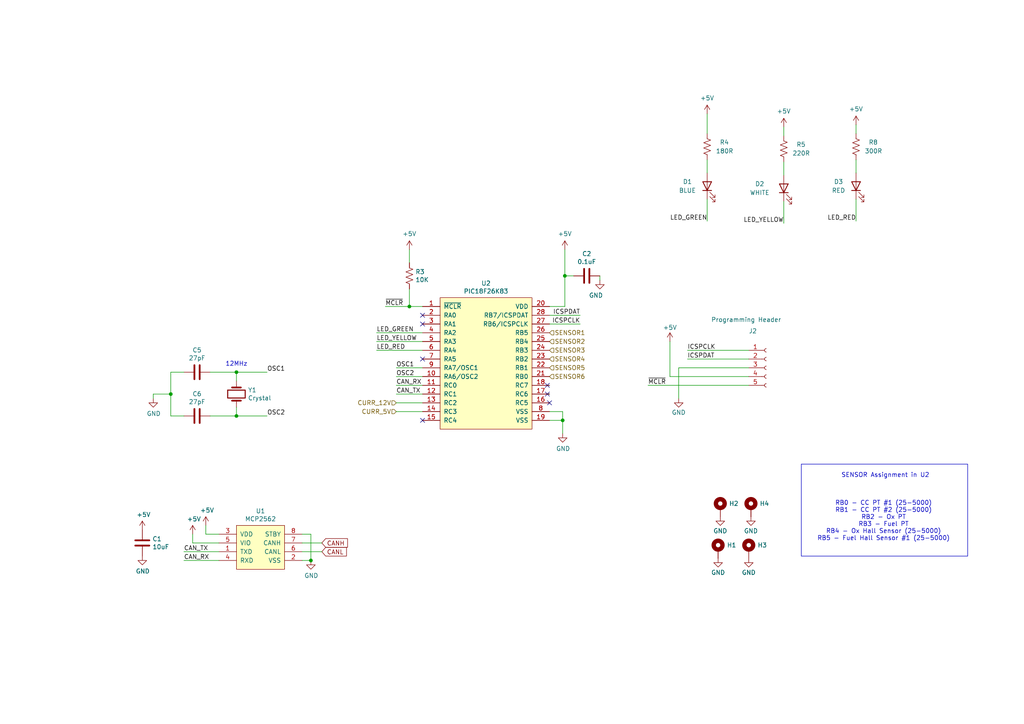
<source format=kicad_sch>
(kicad_sch (version 20231120) (generator "eeschema") (generator_version "8.0")
  (paper "A4")
  (title_block (title "Injector Sensor Hub "))
  (lib_symbols
    (symbol "+3V3_1" (power) (pin_names (offset 0))
      (property "Value" "+3V3_1" (at 0 3.556 0))
      (symbol "+3V3_1_0_1"
        (polyline (pts (xy -0.762 1.27) (xy 0 2.54)))
        (polyline (pts (xy 0 0) (xy 0 2.54)))
        (polyline (pts (xy 0 2.54) (xy 0.762 1.27)))
      )
      (symbol "+3V3_1_1_1"
        (pin power_in line (at 0 0 90) (length 0) hide (name "+3V3") (number "1"))
      )
    )
    (symbol "Connector:Conn_01x05_Socket" (pin_names (offset 1.016) hide)
      (property "Reference" "J" (at 0 7.62 0))
      (property "Value" "Conn_01x05_Socket" (at 0 -7.62 0))
      (symbol "Conn_01x05_Socket_1_1"
        (arc (start 0 -4.572) (mid -0.5058 -5.08) (end 0 -5.588) (stroke (width 0.1524)))
        (arc (start 0 -2.032) (mid -0.5058 -2.54) (end 0 -3.048) (stroke (width 0.1524)))
        (polyline (pts (xy -1.27 -5.08) (xy -0.508 -5.08)) (stroke (width 0.1524)))
        (polyline (pts (xy -1.27 -2.54) (xy -0.508 -2.54)) (stroke (width 0.1524)))
        (polyline (pts (xy -1.27 0) (xy -0.508 0)) (stroke (width 0.1524)))
        (polyline (pts (xy -1.27 2.54) (xy -0.508 2.54)) (stroke (width 0.1524)))
        (polyline (pts (xy -1.27 5.08) (xy -0.508 5.08)) (stroke (width 0.1524)))
        (arc (start 0 0.508) (mid -0.5058 0) (end 0 -0.508) (stroke (width 0.1524)))
        (arc (start 0 3.048) (mid -0.5058 2.54) (end 0 2.032) (stroke (width 0.1524)))
        (arc (start 0 5.588) (mid -0.5058 5.08) (end 0 4.572) (stroke (width 0.1524)))
        (pin passive line (at -5.08 5.08 0) (length 3.81) (name "Pin_1") (number "1"))
        (pin passive line (at -5.08 2.54 0) (length 3.81) (name "Pin_2") (number "2"))
        (pin passive line (at -5.08 0 0) (length 3.81) (name "Pin_3") (number "3"))
        (pin passive line (at -5.08 -2.54 0) (length 3.81) (name "Pin_4") (number "4"))
        (pin passive line (at -5.08 -5.08 0) (length 3.81) (name "Pin_5") (number "5"))
      )
    )
    (symbol "Device:C" (pin_numbers hide) (pin_names (offset 0.254))
      (property "Reference" "C" (at 0.635 2.54 0))
      (property "Value" "C" (at 0.635 -2.54 0))
      (symbol "C_0_1"
        (polyline (pts (xy -2.032 -0.762) (xy 2.032 -0.762)) (stroke (width 0.508)))
        (polyline (pts (xy -2.032 0.762) (xy 2.032 0.762)) (stroke (width 0.508)))
      )
      (symbol "C_1_1"
        (pin passive line (at 0 3.81 270) (length 2.794) (name "~") (number "1"))
        (pin passive line (at 0 -3.81 90) (length 2.794) (name "~") (number "2"))
      )
    )
    (symbol "Device:Crystal" (pin_numbers hide) (pin_names (offset 1.016) hide)
      (property "Reference" "Y" (at 0 3.81 0))
      (property "Value" "Crystal" (at 0 -3.81 0))
      (symbol "Crystal_0_1"
        (rectangle (start -1.143 2.54) (end 1.143 -2.54) (stroke (width 0.3048)))
        (polyline (pts (xy -2.54 0) (xy -1.905 0)))
        (polyline (pts (xy -1.905 -1.27) (xy -1.905 1.27)) (stroke (width 0.508)))
        (polyline (pts (xy 1.905 -1.27) (xy 1.905 1.27)) (stroke (width 0.508)))
        (polyline (pts (xy 2.54 0) (xy 1.905 0)))
      )
      (symbol "Crystal_1_1"
        (pin passive line (at -3.81 0 0) (length 1.27) (name "1") (number "1"))
        (pin passive line (at 3.81 0 180) (length 1.27) (name "2") (number "2"))
      )
    )
    (symbol "Device:LED" (pin_numbers hide) (pin_names (offset 1.016) hide)
      (property "Reference" "D" (at 0 2.54 0))
      (property "Value" "LED" (at 0 -2.54 0))
      (symbol "LED_0_1"
        (polyline (pts (xy -1.27 -1.27) (xy -1.27 1.27)) (stroke (width 0.254)))
        (polyline (pts (xy -1.27 0) (xy 1.27 0)))
        (polyline (pts (xy 1.27 -1.27) (xy 1.27 1.27) (xy -1.27 0) (xy 1.27 -1.27)) (stroke (width 0.254)))
        (polyline (pts (xy -3.048 -0.762) (xy -4.572 -2.286) (xy -3.81 -2.286) (xy -4.572 -2.286) (xy -4.572 -1.524)))
        (polyline (pts (xy -1.778 -0.762) (xy -3.302 -2.286) (xy -2.54 -2.286) (xy -3.302 -2.286) (xy -3.302 -1.524)))
      )
      (symbol "LED_1_1"
        (pin passive line (at -3.81 0 0) (length 2.54) (name "K") (number "1"))
        (pin passive line (at 3.81 0 180) (length 2.54) (name "A") (number "2"))
      )
    )
    (symbol "Device:R_US" (pin_numbers hide) (pin_names (offset 0))
      (property "Reference" "R" (at 2.54 0 90))
      (property "Value" "R_US" (at -2.54 0 90))
      (symbol "R_US_0_1"
        (polyline (pts (xy 0 -2.286) (xy 0 -2.54)))
        (polyline (pts (xy 0 2.286) (xy 0 2.54)))
        (polyline (pts (xy 0 -0.762) (xy 1.016 -1.143) (xy 0 -1.524) (xy -1.016 -1.905) (xy 0 -2.286)))
        (polyline (pts (xy 0 0.762) (xy 1.016 0.381) (xy 0 0) (xy -1.016 -0.381) (xy 0 -0.762)))
        (polyline (pts (xy 0 2.286) (xy 1.016 1.905) (xy 0 1.524) (xy -1.016 1.143) (xy 0 0.762)))
      )
      (symbol "R_US_1_1"
        (pin passive line (at 0 3.81 270) (length 1.27) (name "~") (number "1"))
        (pin passive line (at 0 -3.81 90) (length 1.27) (name "~") (number "2"))
      )
    )
    (symbol "Mechanical:MountingHole_Pad" (pin_numbers hide) (pin_names (offset 1.016) hide)
      (property "Reference" "H" (at 0 6.35 0))
      (property "Value" "MountingHole_Pad" (at 0 4.445 0))
      (symbol "MountingHole_Pad_0_1"
        (circle (center 0 1.27) (radius 1.27) (stroke (width 1.27)))
      )
      (symbol "MountingHole_Pad_1_1"
        (pin input line (at 0 -2.54 90) (length 2.54) (name "1") (number "1"))
      )
    )
    (symbol "canhw:MCP2562" (pin_names (offset 1.016))
      (property "Reference" "U" (at 5.08 3.81 0))
      (property "Value" "MCP2562" (at -3.81 3.81 0))
      (symbol "MCP2562_0_1"
        (rectangle (start -7.62 2.54) (end 6.35 -10.16) (fill (type background)))
      )
      (symbol "MCP2562_1_1"
        (pin bidirectional line (at -12.7 -5.08 0) (length 5.08) (name "TXD") (number "1"))
        (pin power_in line (at 11.43 -7.62 180) (length 5.08) (name "VSS") (number "2"))
        (pin power_in line (at -12.7 0 0) (length 5.08) (name "VDD") (number "3"))
        (pin bidirectional line (at -12.7 -7.62 0) (length 5.08) (name "RXD") (number "4"))
        (pin bidirectional line (at -12.7 -2.54 0) (length 5.08) (name "VIO") (number "5"))
        (pin bidirectional line (at 11.43 -5.08 180) (length 5.08) (name "CANL") (number "6"))
        (pin bidirectional line (at 11.43 -2.54 180) (length 5.08) (name "CANH") (number "7"))
        (pin bidirectional line (at 11.43 0 180) (length 5.08) (name "STBY") (number "8"))
      )
    )
    (symbol "canhw:PIC18F26K83" (pin_names (offset 1.016))
      (property "Reference" "U" (at 11.43 20.32 0))
      (property "Value" "PIC18F26K83" (at -7.62 20.32 0))
      (symbol "PIC18F26K83_0_1"
        (rectangle (start -13.97 19.05) (end 12.7 -19.05) (fill (type background)))
      )
      (symbol "PIC18F26K83_1_1"
        (pin input line (at -19.05 16.51 0) (length 5.08) (name "~{MCLR}") (number "1"))
        (pin bidirectional line (at -19.05 -3.81 0) (length 5.08) (name "RA6/OSC2") (number "10"))
        (pin bidirectional line (at -19.05 -6.35 0) (length 5.08) (name "RC0") (number "11"))
        (pin bidirectional line (at -19.05 -8.89 0) (length 5.08) (name "RC1") (number "12"))
        (pin bidirectional line (at -19.05 -11.43 0) (length 5.08) (name "RC2") (number "13"))
        (pin bidirectional line (at -19.05 -13.97 0) (length 5.08) (name "RC3") (number "14"))
        (pin bidirectional line (at -19.05 -16.51 0) (length 5.08) (name "RC4") (number "15"))
        (pin bidirectional line (at 17.78 -11.43 180) (length 5.08) (name "RC5") (number "16"))
        (pin bidirectional line (at 17.78 -8.89 180) (length 5.08) (name "RC6") (number "17"))
        (pin bidirectional line (at 17.78 -6.35 180) (length 5.08) (name "RC7") (number "18"))
        (pin power_in line (at 17.78 -16.51 180) (length 5.08) (name "VSS") (number "19"))
        (pin bidirectional line (at -19.05 13.97 0) (length 5.08) (name "RA0") (number "2"))
        (pin power_in line (at 17.78 16.51 180) (length 5.08) (name "VDD") (number "20"))
        (pin bidirectional line (at 17.78 -3.81 180) (length 5.08) (name "RB0") (number "21"))
        (pin bidirectional line (at 17.78 -1.27 180) (length 5.08) (name "RB1") (number "22"))
        (pin bidirectional line (at 17.78 1.27 180) (length 5.08) (name "RB2") (number "23"))
        (pin bidirectional line (at 17.78 3.81 180) (length 5.08) (name "RB3") (number "24"))
        (pin bidirectional line (at 17.78 6.35 180) (length 5.08) (name "RB4") (number "25"))
        (pin bidirectional line (at 17.78 8.89 180) (length 5.08) (name "RB5") (number "26"))
        (pin bidirectional line (at 17.78 11.43 180) (length 5.08) (name "RB6/ICSPCLK") (number "27"))
        (pin bidirectional line (at 17.78 13.97 180) (length 5.08) (name "RB7/ICSPDAT") (number "28"))
        (pin bidirectional line (at -19.05 11.43 0) (length 5.08) (name "RA1") (number "3"))
        (pin bidirectional line (at -19.05 8.89 0) (length 5.08) (name "RA2") (number "4"))
        (pin bidirectional line (at -19.05 6.35 0) (length 5.08) (name "RA3") (number "5"))
        (pin bidirectional line (at -19.05 3.81 0) (length 5.08) (name "RA4") (number "6"))
        (pin bidirectional line (at -19.05 1.27 0) (length 5.08) (name "RA5") (number "7"))
        (pin power_in line (at 17.78 -13.97 180) (length 5.08) (name "VSS") (number "8"))
        (pin bidirectional line (at -19.05 -1.27 0) (length 5.08) (name "RA7/OSC1") (number "9"))
      )
    )
    (symbol "power:+5V" (power) (pin_names (offset 0))
      (property "Value" "+5V" (at 0 3.556 0))
      (symbol "+5V_0_1"
        (polyline (pts (xy -0.762 1.27) (xy 0 2.54)))
        (polyline (pts (xy 0 0) (xy 0 2.54)))
        (polyline (pts (xy 0 2.54) (xy 0.762 1.27)))
      )
      (symbol "+5V_1_1"
        (pin power_in line (at 0 0 90) (length 0) hide (name "+5V") (number "1"))
      )
    )
    (symbol "power:GND" (power) (pin_names (offset 0))
      (property "Value" "GND" (at 0 -3.81 0))
      (symbol "GND_0_1"
        (polyline (pts (xy 0 0) (xy 0 -1.27) (xy 1.27 -1.27) (xy 0 -2.54) (xy -1.27 -1.27) (xy 0 -1.27)))
      )
      (symbol "GND_1_1"
        (pin power_in line (at 0 0 270) (length 0) hide (name "GND") (number "1"))
      )
    )
  )
  (junction (at 118.745 88.9))
  (junction (at 163.195 121.92))
  (junction (at 49.53 114.3))
  (junction (at 163.83 80.01))
  (junction (at 68.58 120.65))
  (junction (at 90.17 162.56))
  (junction (at 68.58 107.95))
  (no_connect (at 122.555 104.14))
  (no_connect (at 122.555 91.44))
  (no_connect (at 159.385 116.84))
  (no_connect (at 122.555 121.92))
  (no_connect (at 158.75 111.76))
  (no_connect (at 158.75 114.3))
  (no_connect (at 122.555 93.98))
  (wire (pts (xy 168.275 91.44) (xy 159.385 91.44)))
  (wire (pts (xy 163.83 80.01) (xy 163.83 88.9)))
  (wire (pts (xy 49.53 107.95) (xy 49.53 114.3)))
  (wire (pts (xy 205.105 57.785) (xy 205.105 64.135)))
  (wire (pts (xy 109.22 99.06) (xy 122.555 99.06)))
  (wire (pts (xy 205.105 33.02) (xy 205.105 38.735)))
  (wire (pts (xy 114.935 119.38) (xy 122.555 119.38)))
  (wire (pts (xy 196.85 106.68) (xy 217.17 106.68)))
  (wire (pts (xy 55.88 157.48) (xy 63.5 157.48)))
  (wire (pts (xy 60.96 120.65) (xy 68.58 120.65)))
  (wire (pts (xy 187.96 111.76) (xy 217.17 111.76)))
  (wire (pts (xy 87.63 160.02) (xy 93.345 160.02)))
  (wire (pts (xy 158.75 114.3) (xy 159.385 114.3)))
  (wire (pts (xy 49.53 120.65) (xy 53.34 120.65)))
  (wire (pts (xy 163.83 88.9) (xy 159.385 88.9)))
  (wire (pts (xy 60.96 107.95) (xy 68.58 107.95)))
  (wire (pts (xy 49.53 114.3) (xy 49.53 120.65)))
  (wire (pts (xy 59.69 154.94) (xy 63.5 154.94)))
  (wire (pts (xy 68.58 120.65) (xy 68.58 118.11)))
  (wire (pts (xy 173.99 80.01) (xy 173.99 81.28)))
  (wire (pts (xy 118.745 88.9) (xy 122.555 88.9)))
  (wire (pts (xy 44.45 114.3) (xy 49.53 114.3)))
  (wire (pts (xy 199.39 104.14) (xy 217.17 104.14)))
  (wire (pts (xy 109.22 101.6) (xy 122.555 101.6)))
  (wire (pts (xy 163.195 121.92) (xy 163.195 125.73)))
  (wire (pts (xy 55.88 154.94) (xy 55.88 157.48)))
  (wire (pts (xy 90.17 154.94) (xy 90.17 162.56)))
  (wire (pts (xy 199.39 101.6) (xy 217.17 101.6)))
  (wire (pts (xy 87.63 154.94) (xy 90.17 154.94)))
  (wire (pts (xy 227.33 39.37) (xy 227.33 36.83)))
  (wire (pts (xy 114.935 106.68) (xy 122.555 106.68)))
  (wire (pts (xy 118.745 83.82) (xy 118.745 88.9)))
  (wire (pts (xy 163.195 119.38) (xy 163.195 121.92)))
  (wire (pts (xy 248.285 57.785) (xy 248.285 64.135)))
  (wire (pts (xy 109.22 96.52) (xy 122.555 96.52)))
  (wire (pts (xy 194.31 109.22) (xy 217.17 109.22)))
  (wire (pts (xy 114.935 116.84) (xy 122.555 116.84)))
  (wire (pts (xy 53.34 107.95) (xy 49.53 107.95)))
  (wire (pts (xy 158.75 111.76) (xy 159.385 111.76)))
  (wire (pts (xy 114.935 111.76) (xy 122.555 111.76)))
  (wire (pts (xy 59.69 152.4) (xy 59.69 154.94)))
  (wire (pts (xy 196.85 115.57) (xy 196.85 106.68)))
  (wire (pts (xy 87.63 157.48) (xy 93.345 157.48)))
  (wire (pts (xy 68.58 107.95) (xy 68.58 110.49)))
  (wire (pts (xy 87.63 162.56) (xy 90.17 162.56)))
  (wire (pts (xy 163.83 72.39) (xy 163.83 80.01)))
  (wire (pts (xy 44.45 115.57) (xy 44.45 114.3)))
  (wire (pts (xy 227.33 58.42) (xy 227.33 64.77)))
  (wire (pts (xy 53.34 160.02) (xy 63.5 160.02)))
  (wire (pts (xy 168.275 93.98) (xy 159.385 93.98)))
  (wire (pts (xy 114.935 109.22) (xy 122.555 109.22)))
  (wire (pts (xy 159.385 121.92) (xy 163.195 121.92)))
  (wire (pts (xy 248.285 46.355) (xy 248.285 50.165)))
  (wire (pts (xy 227.33 46.99) (xy 227.33 50.8)))
  (wire (pts (xy 205.105 46.355) (xy 205.105 50.165)))
  (wire (pts (xy 118.745 72.39) (xy 118.745 76.2)))
  (wire (pts (xy 248.285 38.735) (xy 248.285 36.195)))
  (wire (pts (xy 53.34 162.56) (xy 63.5 162.56)))
  (wire (pts (xy 163.83 80.01) (xy 166.37 80.01)))
  (wire (pts (xy 77.47 120.65) (xy 68.58 120.65)))
  (wire (pts (xy 159.385 119.38) (xy 163.195 119.38)))
  (wire (pts (xy 77.47 107.95) (xy 68.58 107.95)))
  (wire (pts (xy 111.76 88.9) (xy 118.745 88.9)))
  (wire (pts (xy 194.31 99.06) (xy 194.31 109.22)))
  (wire (pts (xy 114.935 114.3) (xy 122.555 114.3)))
  (rectangle (start 232.41 134.62) (end 280.67 161.29))
  (text "SENSOR Assignment in U2\n" (at 256.794 137.922 0) (effects (font (size 1.27 1.27))))
  (text "RB0 - CC PT #1 (25-5000)\nRB1 - CC PT #2 (25-5000)\nRB2 - Ox PT\nRB3 - Fuel PT\nRB4 - Ox Hall Sensor (25-5000)\nRB5 - Fuel Hall Sensor #1 (25-5000)\n\n" (at 256.286 152.146 0) (effects (font (size 1.27 1.27))))
  (text "12MHz\n" (at 68.58 105.664 0) (effects (font (size 1.27 1.27))))
  (label "~{MCLR}" (at 111.76 88.9 0))
  (label "CAN_RX" (at 53.34 162.56 0))
  (label "ICSPCLK" (at 168.275 93.98 180))
  (label "LED_YELLOW" (at 227.33 64.77 180))
  (label "LED_RED" (at 109.22 101.6 0))
  (label "ICSPDAT" (at 199.39 104.14 0))
  (label "ICSPCLK" (at 199.39 101.6 0))
  (label "LED_YELLOW" (at 109.22 99.06 0))
  (label "CAN_RX" (at 114.935 111.76 0))
  (label "CAN_TX" (at 53.34 160.02 0))
  (label "LED_RED" (at 248.285 64.135 180))
  (label "~{MCLR}" (at 187.96 111.76 0))
  (label "LED_GREEN" (at 205.105 64.135 180))
  (label "OSC2" (at 77.47 120.65 0))
  (label "OSC1" (at 114.935 106.68 0))
  (label "OSC2" (at 114.935 109.22 0))
  (label "OSC1" (at 77.47 107.95 0))
  (label "CAN_TX" (at 114.935 114.3 0))
  (label "LED_GREEN" (at 109.22 96.52 0))
  (label "ICSPDAT" (at 168.275 91.44 180))
  (global_label "CANH" (shape input) (at 93.345 157.48 0) (property "Intersheetrefs" "${INTERSHEET_REFS}" (effects (hide yes))))
  (global_label "CANL" (shape input) (at 93.345 160.02 0) (property "Intersheetrefs" "${INTERSHEET_REFS}" (effects (hide yes))))
  (hierarchical_label "CURR_5V" (shape input) (at 114.935 119.38 180))
  (hierarchical_label "SENSOR3" (shape input) (at 159.385 101.6 0))
  (hierarchical_label "SENSOR2" (shape input) (at 159.385 99.06 0))
  (hierarchical_label "SENSOR5" (shape input) (at 159.385 106.68 0))
  (hierarchical_label "SENSOR6" (shape input) (at 159.385 109.22 0))
  (hierarchical_label "SENSOR4" (shape input) (at 159.385 104.14 0))
  (hierarchical_label "CURR_12V" (shape input) (at 114.935 116.84 180))
  (hierarchical_label "SENSOR1" (shape input) (at 159.385 96.52 0))
  (symbol (lib_id "power:GND") (at 41.275 161.29 0) (unit 1)
    (property "Reference" "#PWR05" (effects (hide yes)))
    (property "Value" "GND" (at 41.402 165.6842 0))
  )
  (symbol (lib_id "power:GND") (at 208.28 161.925 0) (unit 1)
    (property "Reference" "#PWR034" (effects (hide yes)))
    (property "Value" "GND" (at 208.28 166.0581 0))
  )
  (symbol (lib_id "Device:Crystal") (at 68.58 114.3 270) (unit 1)
    (property "Reference" "Y1" (at 71.9074 113.1316 90) (effects (justify left)))
    (property "Value" "Crystal" (at 71.9074 115.443 90) (effects (justify left)))
    (property "Footprint" "Crystal:Crystal_HC49-4H_Vertical" (effects (hide yes)))
  )
  (symbol (lib_id "Connector:Conn_01x05_Socket") (at 222.25 106.68 0) (unit 1)
    (property "Reference" "J2" (at 217.17 96.012 0) (effects (justify left)))
    (property "Value" "Programming Header" (at 206.248 92.71 0) (effects (justify left)))
    (property "Footprint" "Canhw:PinSocket_5x2.54_SMD_90deg_952-3198-1-ND" (effects (hide yes)))
    (property "Description" "Generic connector, single row, 01x05, script generated" (effects (hide yes)))
  )
  (symbol (lib_id "power:GND") (at 44.45 115.57 0) (unit 1)
    (property "Reference" "#PWR022" (effects (hide yes)))
    (property "Value" "GND" (at 44.577 119.9642 0))
  )
  (symbol (lib_id "Device:R_US") (at 118.745 80.01 0) (unit 1)
    (property "Reference" "R3" (at 120.4722 78.8416 0) (effects (justify left)))
    (property "Value" "10K" (at 120.4722 81.153 0) (effects (justify left)))
    (property "Footprint" "Resistor_SMD:R_0805_2012Metric_Pad1.20x1.40mm_HandSolder" (effects (hide yes)))
  )
  (symbol (lib_id "Device:LED") (at 248.285 53.975 90) (unit 1)
    (property "Reference" "D3" (at 243.205 52.705 90))
    (property "Value" "RED" (at 243.205 55.245 90))
    (property "Footprint" "LED_SMD:LED_1206_3216Metric_Pad1.42x1.75mm_HandSolder" (effects (hide yes)))
  )
  (symbol (lib_id "Device:R_US") (at 205.105 42.545 180) (unit 1)
    (property "Reference" "R4" (at 211.455 41.275 0) (effects (justify left)))
    (property "Value" "180R" (at 212.725 43.815 0) (effects (justify left)))
    (property "Footprint" "Resistor_SMD:R_0805_2012Metric_Pad1.20x1.40mm_HandSolder" (effects (hide yes)))
  )
  (symbol (lib_id "Device:R_US") (at 248.285 42.545 180) (unit 1)
    (property "Reference" "R8" (at 254.635 41.275 0) (effects (justify left)))
    (property "Value" "300R" (at 255.905 43.815 0) (effects (justify left)))
    (property "Footprint" "Resistor_SMD:R_0805_2012Metric_Pad1.20x1.40mm_HandSolder" (effects (hide yes)))
  )
  (symbol (lib_id "Device:C") (at 170.18 80.01 270) (unit 1)
    (property "Reference" "C2" (at 170.18 73.6092 90))
    (property "Value" "0.1uF" (at 170.18 75.9206 90))
    (property "Footprint" "Capacitor_SMD:C_0805_2012Metric_Pad1.18x1.45mm_HandSolder" (effects (hide yes)))
  )
  (symbol (lib_id "power:+5V") (at 59.69 152.4 0) (unit 1)
    (property "Reference" "#PWR04" (effects (hide yes)))
    (property "Value" "+5V" (at 60.071 148.0058 0))
  )
  (symbol (lib_id "Mechanical:MountingHole_Pad") (at 208.915 147.32 0) (unit 1)
    (property "Reference" "H2" (at 211.455 146.05 0) (effects (justify left)))
    (property "Value" "+5V" (effects (hide yes)))
    (property "Footprint" "MountingHole:MountingHole_3.2mm_M3_Pad" (effects (hide yes)))
  )
  (symbol (lib_id "Device:C") (at 57.15 120.65 270) (unit 1)
    (property "Reference" "C6" (at 57.15 114.2492 90))
    (property "Value" "27pF" (at 57.15 116.5606 90))
    (property "Footprint" "Capacitor_SMD:C_0805_2012Metric_Pad1.18x1.45mm_HandSolder" (effects (hide yes)))
  )
  (symbol (lib_id "power:GND") (at 173.99 81.28 0) (unit 1)
    (property "Reference" "#PWR024" (effects (hide yes)))
    (property "Value" "GND" (at 172.847 85.6742 0))
  )
  (symbol (lib_name "+3V3_1") (lib_id "power:+3V3") (at 163.83 72.39 0) (unit 1)
    (property "Reference" "#PWR08" (effects (hide yes)))
    (property "Value" "+5V" (at 163.83 67.818 0))
  )
  (symbol (lib_id "canhw:PIC18F26K83") (at 141.605 105.41 0) (unit 1)
    (property "Reference" "U2" (at 140.97 82.169 0))
    (property "Value" "PIC18F26K83" (at 140.97 84.4804 0))
    (property "Footprint" "Package_SO:SOIC-28W_7.5x17.9mm_P1.27mm" (effects (hide yes)))
    (property "Datasheet" "http://ww1.microchip.com/downloads/en/DeviceDoc/40001943A.pdf" (effects (hide yes)))
  )
  (symbol (lib_id "power:GND") (at 217.805 149.86 0) (unit 1)
    (property "Reference" "#PWR067" (effects (hide yes)))
    (property "Value" "GND" (at 217.805 153.9931 0))
  )
  (symbol (lib_id "power:GND") (at 208.915 149.86 0) (unit 1)
    (property "Reference" "#PWR065" (effects (hide yes)))
    (property "Value" "GND" (at 208.915 153.9931 0))
  )
  (symbol (lib_id "power:GND") (at 90.17 162.56 0) (unit 1)
    (property "Reference" "#PWR07" (effects (hide yes)))
    (property "Value" "GND" (at 90.297 166.9542 0))
  )
  (symbol (lib_id "power:GND") (at 196.85 115.57 0) (unit 1)
    (property "Reference" "#PWR06" (effects (hide yes)))
    (property "Value" "GND" (at 196.85 119.634 0))
  )
  (symbol (lib_id "power:GND") (at 217.17 161.925 0) (unit 1)
    (property "Reference" "#PWR035" (effects (hide yes)))
    (property "Value" "GND" (at 217.17 166.0581 0))
  )
  (symbol (lib_id "power:+5V") (at 41.275 153.67 0) (unit 1)
    (property "Reference" "#PWR060" (effects (hide yes)))
    (property "Value" "+5V" (at 41.656 149.2758 0))
  )
  (symbol (lib_name "+3V3_1") (lib_id "power:+3V3") (at 248.285 36.195 0) (unit 1)
    (property "Reference" "#PWR016" (effects (hide yes)))
    (property "Value" "+5V" (at 248.285 31.623 0))
  )
  (symbol (lib_id "Device:C") (at 41.275 157.48 0) (unit 1)
    (property "Reference" "C1" (at 44.196 156.3116 0) (effects (justify left)))
    (property "Value" "10uF" (at 44.196 158.623 0) (effects (justify left)))
    (property "Footprint" "Capacitor_SMD:C_0805_2012Metric_Pad1.18x1.45mm_HandSolder" (effects (hide yes)))
  )
  (symbol (lib_id "Mechanical:MountingHole_Pad") (at 217.17 159.385 0) (unit 1)
    (property "Reference" "H3" (at 219.71 158.1149 0) (effects (justify left)))
    (property "Value" "MountingHole_Pad" (effects (hide yes)))
    (property "Footprint" "MountingHole:MountingHole_3.2mm_M3_Pad" (effects (hide yes)))
  )
  (symbol (lib_id "power:+5V") (at 55.88 154.94 0) (unit 1)
    (property "Reference" "#PWR03" (effects (hide yes)))
    (property "Value" "+5V" (at 56.261 150.5458 0))
  )
  (symbol (lib_id "Mechanical:MountingHole_Pad") (at 217.805 147.32 0) (unit 1)
    (property "Reference" "H4" (at 220.345 146.05 0) (effects (justify left)))
    (property "Value" "MountingHole_Pad" (effects (hide yes)))
    (property "Footprint" "MountingHole:MountingHole_3.2mm_M3_Pad" (effects (hide yes)))
  )
  (symbol (lib_id "power:GND") (at 163.195 125.73 0) (unit 1)
    (property "Reference" "#PWR09" (effects (hide yes)))
    (property "Value" "GND" (at 163.322 130.1242 0))
  )
  (symbol (lib_name "+3V3_1") (lib_id "power:+3V3") (at 194.31 99.06 0) (unit 1)
    (property "Reference" "#PWR011" (effects (hide yes)))
    (property "Value" "+5V" (at 194.31 94.996 0))
  )
  (symbol (lib_id "canhw:MCP2562") (at 76.2 154.94 0) (unit 1)
    (property "Reference" "U1" (at 75.565 148.209 0))
    (property "Value" "MCP2562" (at 75.565 150.5204 0))
    (property "Footprint" "Package_SO:SOIC-8_3.9x4.9mm_P1.27mm" (effects (hide yes)))
    (property "Datasheet" "http://hades.mech.northwestern.edu/images/5/5e/MCP2562.pdf" (effects (hide yes)))
  )
  (symbol (lib_id "Device:R_US") (at 227.33 43.18 180) (unit 1)
    (property "Reference" "R5" (at 233.68 41.91 0) (effects (justify left)))
    (property "Value" "220R" (at 234.95 44.45 0) (effects (justify left)))
    (property "Footprint" "Resistor_SMD:R_0805_2012Metric_Pad1.20x1.40mm_HandSolder" (effects (hide yes)))
  )
  (symbol (lib_id "Device:LED") (at 205.105 53.975 90) (unit 1)
    (property "Reference" "D1" (at 199.39 52.705 90))
    (property "Value" "BLUE" (at 199.39 55.245 90))
    (property "Footprint" "LED_SMD:LED_1206_3216Metric_Pad1.42x1.75mm_HandSolder" (effects (hide yes)))
  )
  (symbol (lib_name "+3V3_1") (lib_id "power:+3V3") (at 205.105 33.02 0) (unit 1)
    (property "Reference" "#PWR064" (effects (hide yes)))
    (property "Value" "+5V" (at 205.105 28.448 0))
  )
  (symbol (lib_id "Device:C") (at 57.15 107.95 270) (unit 1)
    (property "Reference" "C5" (at 57.15 101.5492 90))
    (property "Value" "27pF" (at 57.15 103.8606 90))
    (property "Footprint" "Capacitor_SMD:C_0805_2012Metric_Pad1.18x1.45mm_HandSolder" (effects (hide yes)))
  )
  (symbol (lib_name "+3V3_1") (lib_id "power:+3V3") (at 118.745 72.39 0) (unit 1)
    (property "Reference" "#PWR013" (effects (hide yes)))
    (property "Value" "+5V" (at 118.745 67.818 0))
  )
  (symbol (lib_name "+3V3_1") (lib_id "power:+3V3") (at 227.33 36.83 0) (unit 1)
    (property "Reference" "#PWR010" (effects (hide yes)))
    (property "Value" "+5V" (at 227.33 32.258 0))
  )
  (symbol (lib_id "Device:LED") (at 227.33 54.61 90) (unit 1)
    (property "Reference" "D2" (at 220.345 53.34 90))
    (property "Value" "WHITE" (at 220.345 55.88 90))
    (property "Footprint" "LED_SMD:LED_1206_3216Metric_Pad1.42x1.75mm_HandSolder" (effects (hide yes)))
  )
  (symbol (lib_id "Mechanical:MountingHole_Pad") (at 208.28 159.385 0) (unit 1)
    (property "Reference" "H1" (at 210.82 158.1149 0) (effects (justify left)))
    (property "Value" "+5V" (effects (hide yes)))
    (property "Footprint" "MountingHole:MountingHole_3.2mm_M3_Pad" (effects (hide yes)))
  )
)
</source>
